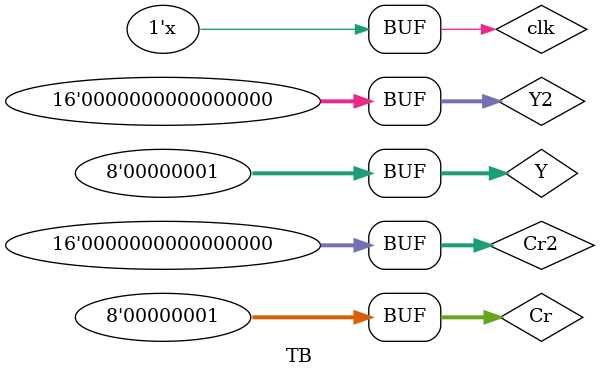
<source format=v>
`timescale 1ns/1ns

module TB;
	reg clk;
	reg [7:0] Y;
	reg [7:0] Cr;
	wire [15:0] Result;

	reg [15:0] Y2;
	reg [15:0] Cr2;
	wire [15:0] Result2;

	FPAdder uut(
		.clk(clk),
		.Y(Y),
		.Cr(Cr),
		.Result(Result)
		);

	FPMult uut2(
		.clk(clk),
		.Y(Y2),
		.Cr(Cr2),
		.Result(Result2)
		);

	initial begin
		clk = 1'b0;
		Y = 8'h00;
		Cr	= 8'h00;
		Y2 = 16'h0000;
		Cr2	= 8'h0000;

		#100;
	end

	always
		#1 clk = ~clk;

	always begin
		#10 Y <= 8'h01;
		#10 Y2 <= 8'h0100;
		#10 Cr <= 8'h01;
		#10 Cr2 <= 8'h0200;
	end

endmodule

</source>
